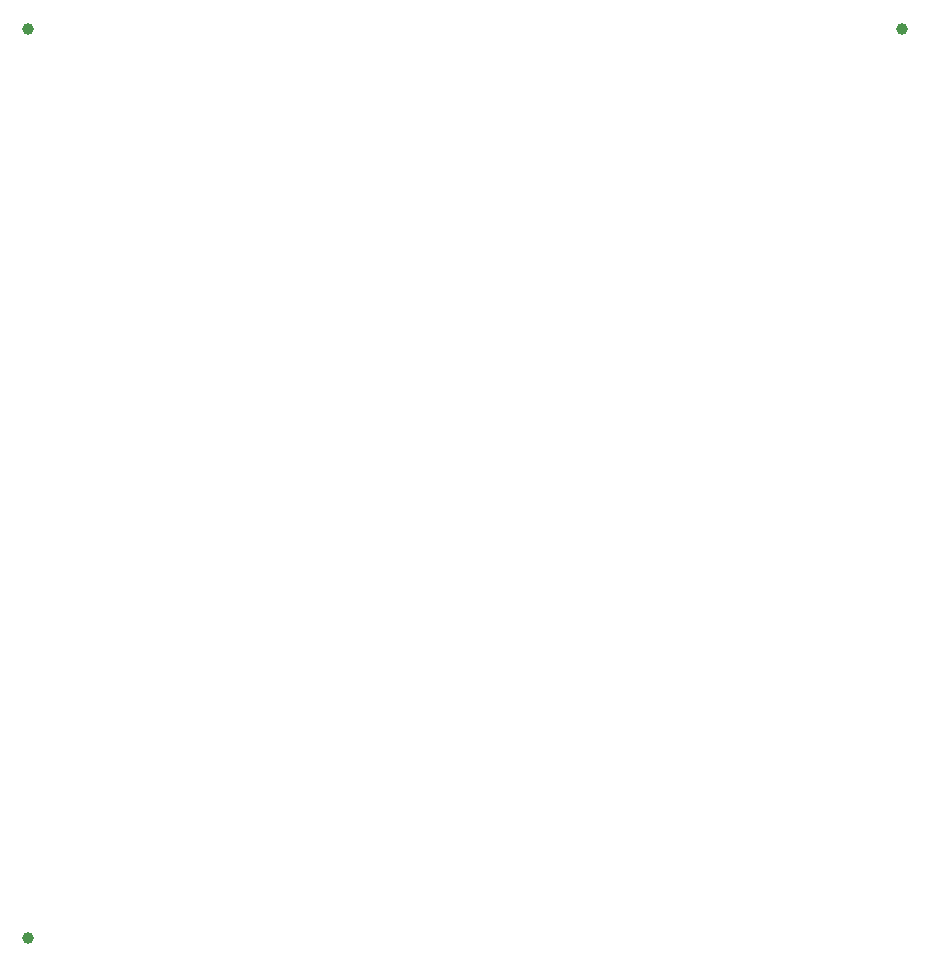
<source format=gbl>
G04 #@! TF.GenerationSoftware,KiCad,Pcbnew,6.0.9-8da3e8f707~116~ubuntu20.04.1*
G04 #@! TF.CreationDate,2023-04-16T18:25:48+00:00*
G04 #@! TF.ProjectId,LEC005001-panel,4c454330-3035-4303-9031-2d70616e656c,rev?*
G04 #@! TF.SameCoordinates,Original*
G04 #@! TF.FileFunction,Copper,L2,Bot*
G04 #@! TF.FilePolarity,Positive*
%FSLAX46Y46*%
G04 Gerber Fmt 4.6, Leading zero omitted, Abs format (unit mm)*
G04 Created by KiCad (PCBNEW 6.0.9-8da3e8f707~116~ubuntu20.04.1) date 2023-04-16 18:25:48*
%MOMM*%
%LPD*%
G01*
G04 APERTURE LIST*
G04 #@! TA.AperFunction,SMDPad,CuDef*
%ADD10C,1.000000*%
G04 #@! TD*
G04 APERTURE END LIST*
D10*
G04 #@! TO.P,REF\u002A\u002A,*
G04 #@! TO.N,*
X76497824Y-2500000D03*
G04 #@! TD*
G04 #@! TO.P,REF\u002A\u002A,*
G04 #@! TO.N,*
X2500000Y-2500000D03*
G04 #@! TD*
G04 #@! TO.P,REF\u002A\u002A,*
G04 #@! TO.N,*
X2500000Y-79500000D03*
G04 #@! TD*
M02*

</source>
